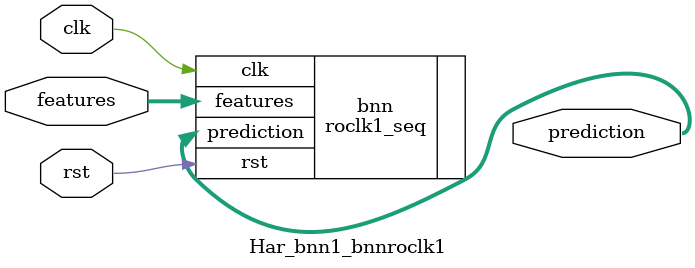
<source format=v>













module Har_bnn1_bnnroclk1 #(

parameter FEAT_CNT = 12,
parameter HIDDEN_CNT = 40,
parameter FEAT_BITS = 4,
parameter CLASS_CNT = 6,
parameter TEST_CNT = 1000


  ) (
  input clk,
  input rst,
  input [FEAT_CNT*FEAT_BITS-1:0] features,
  output [$clog2(CLASS_CNT)-1:0] prediction
  );

  localparam Weights0 = 480'b010011011001001100101101110001110010101011110010111001110001101001101010010011110101100110000101000100000111110100000001101110101101000110000001100100000001110000111111100111001110011001111010101000111100000011110011111011101000100111100110001101001001000110110111001011101011010111110100111000111100000011000000000100101111000110010101011010001100110101000100110101010101111011111000111000010110111000110001001110000010001100000101000000100100011000001101111001100001101000111001 ;
  localparam Weights1 = 240'b111001111101100000101111100101100010100011010110111111001010010101011010011101001110011111011110001101011100001000101010010101000110011010101101110010110100110101111111011000000011000110001111110000010111001001000101000010011100001111000100 ;

  roclk1_seq #(.FEAT_CNT(FEAT_CNT),.FEAT_BITS(FEAT_BITS),.HIDDEN_CNT(HIDDEN_CNT),.CLASS_CNT(CLASS_CNT),.Weights0(Weights0),.Weights1(Weights1)) bnn (
    .clk(clk),
    .rst(rst),
    .features(features),
    .prediction(prediction)
  );

endmodule

</source>
